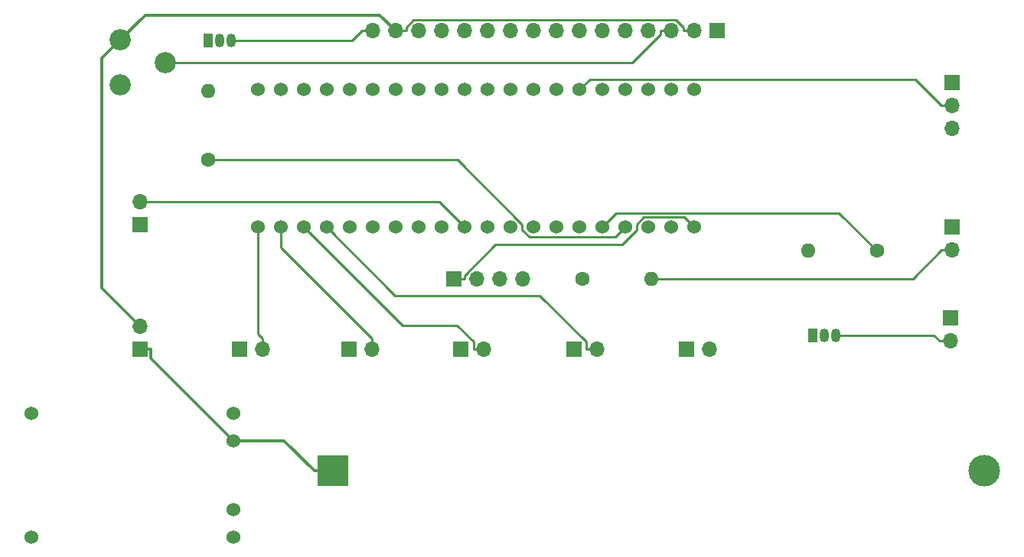
<source format=gbr>
%TF.GenerationSoftware,KiCad,Pcbnew,6.0.1*%
%TF.CreationDate,2022-09-08T21:04:12-04:00*%
%TF.ProjectId,Shot-Timer,53686f74-2d54-4696-9d65-722e6b696361,rev?*%
%TF.SameCoordinates,Original*%
%TF.FileFunction,Copper,L1,Top*%
%TF.FilePolarity,Positive*%
%FSLAX46Y46*%
G04 Gerber Fmt 4.6, Leading zero omitted, Abs format (unit mm)*
G04 Created by KiCad (PCBNEW 6.0.1) date 2022-09-08 21:04:12*
%MOMM*%
%LPD*%
G01*
G04 APERTURE LIST*
%TA.AperFunction,ComponentPad*%
%ADD10R,3.500000X3.500000*%
%TD*%
%TA.AperFunction,ComponentPad*%
%ADD11C,3.500000*%
%TD*%
%TA.AperFunction,ComponentPad*%
%ADD12R,1.700000X1.700000*%
%TD*%
%TA.AperFunction,ComponentPad*%
%ADD13O,1.700000X1.700000*%
%TD*%
%TA.AperFunction,ComponentPad*%
%ADD14C,1.524000*%
%TD*%
%TA.AperFunction,ComponentPad*%
%ADD15R,1.050000X1.500000*%
%TD*%
%TA.AperFunction,ComponentPad*%
%ADD16O,1.050000X1.500000*%
%TD*%
%TA.AperFunction,ComponentPad*%
%ADD17C,1.600000*%
%TD*%
%TA.AperFunction,ComponentPad*%
%ADD18O,1.600000X1.600000*%
%TD*%
%TA.AperFunction,ComponentPad*%
%ADD19C,2.340000*%
%TD*%
%TA.AperFunction,Conductor*%
%ADD20C,0.350000*%
%TD*%
%TA.AperFunction,Conductor*%
%ADD21C,0.250000*%
%TD*%
G04 APERTURE END LIST*
D10*
%TO.P,BT1,1,+*%
%TO.N,Net-(BT1-Pad1)*%
X70104000Y-112776000D03*
D11*
%TO.P,BT1,2,-*%
%TO.N,GND*%
X142104000Y-112776000D03*
%TD*%
D12*
%TO.P,SW5,1,1*%
%TO.N,GND*%
X109225000Y-99250000D03*
D13*
%TO.P,SW5,2,2*%
%TO.N,SET_OK*%
X111765000Y-99250000D03*
%TD*%
D12*
%TO.P,SW6,1,1*%
%TO.N,GND*%
X48750000Y-85500000D03*
D13*
%TO.P,SW6,2,2*%
%TO.N,START*%
X48750000Y-82960000D03*
%TD*%
D12*
%TO.P,SW3,1,1*%
%TO.N,GND*%
X84250000Y-99250000D03*
D13*
%TO.P,SW3,2,2*%
%TO.N,SET_UP*%
X86790000Y-99250000D03*
%TD*%
D12*
%TO.P,DS1,1,VSS*%
%TO.N,GND*%
X112550000Y-64000000D03*
D13*
%TO.P,DS1,2,VDD*%
%TO.N,+5V*%
X110010000Y-64000000D03*
%TO.P,DS1,3,VO*%
%TO.N,Net-(DS1-Pad3)*%
X107470000Y-64000000D03*
%TO.P,DS1,4,RS*%
%TO.N,LCD_RS*%
X104930000Y-64000000D03*
%TO.P,DS1,5,R/W*%
%TO.N,GND*%
X102390000Y-64000000D03*
%TO.P,DS1,6,E*%
%TO.N,LCD_EN*%
X99850000Y-64000000D03*
%TO.P,DS1,7,D0*%
%TO.N,unconnected-(DS1-Pad7)*%
X97310000Y-64000000D03*
%TO.P,DS1,8,D1*%
%TO.N,unconnected-(DS1-Pad8)*%
X94770000Y-64000000D03*
%TO.P,DS1,9,D2*%
%TO.N,unconnected-(DS1-Pad9)*%
X92230000Y-64000000D03*
%TO.P,DS1,10,D3*%
%TO.N,unconnected-(DS1-Pad10)*%
X89690000Y-64000000D03*
%TO.P,DS1,11,D4*%
%TO.N,LCD_D4*%
X87150000Y-64000000D03*
%TO.P,DS1,12,D5*%
%TO.N,LCD_D5*%
X84610000Y-64000000D03*
%TO.P,DS1,13,D6*%
%TO.N,LCD_D6*%
X82070000Y-64000000D03*
%TO.P,DS1,14,D7*%
%TO.N,LCD_D7*%
X79530000Y-64000000D03*
%TO.P,DS1,15,LED(+)*%
%TO.N,+5V*%
X76990000Y-64000000D03*
%TO.P,DS1,16,LED(-)*%
%TO.N,Net-(DS1-Pad16)*%
X74450000Y-64000000D03*
%TD*%
D12*
%TO.P,SW1,1,1*%
%TO.N,GND*%
X59725000Y-99250000D03*
D13*
%TO.P,SW1,2,2*%
%TO.N,MENU_UP*%
X62265000Y-99250000D03*
%TD*%
D12*
%TO.P,SW7,1,A*%
%TO.N,Net-(BT1-Pad1)*%
X48750000Y-99275000D03*
D13*
%TO.P,SW7,2,B*%
%TO.N,+5V*%
X48750000Y-96735000D03*
%TD*%
D14*
%TO.P,U1,3V3,3.3V*%
%TO.N,+3V3*%
X110055000Y-85775000D03*
%TO.N,N/C*%
X66875000Y-70535000D03*
%TO.P,U1,5V,5V*%
%TO.N,+5V*%
X104975000Y-85775000D03*
%TO.P,U1,G,GND*%
%TO.N,GND*%
X61795000Y-70535000D03*
X107515000Y-85775000D03*
X64335000Y-70535000D03*
%TO.P,U1,NRST,RESET*%
%TO.N,unconnected-(U1-PadNRST)*%
X69415000Y-70535000D03*
%TO.P,U1,PA0,PA0*%
%TO.N,unconnected-(U1-PadPA0)*%
X99895000Y-70535000D03*
%TO.P,U1,PA1,PA1*%
%TO.N,MIC*%
X97355000Y-70535000D03*
%TO.P,U1,PA2,PA2*%
%TO.N,LED2*%
X94815000Y-70535000D03*
%TO.P,U1,PA3,PA3*%
%TO.N,unconnected-(U1-PadPA3)*%
X92275000Y-70535000D03*
%TO.P,U1,PA4,PA4*%
%TO.N,unconnected-(U1-PadPA4)*%
X89735000Y-70535000D03*
%TO.P,U1,PA5,PA5*%
%TO.N,LCD_RS*%
X87195000Y-70535000D03*
%TO.P,U1,PA6,PA6*%
%TO.N,LCD_EN*%
X84655000Y-70535000D03*
%TO.P,U1,PA7,PA7*%
%TO.N,LCD_D4*%
X82115000Y-70535000D03*
%TO.P,U1,PA8,PA8*%
%TO.N,SET_OK*%
X71955000Y-85775000D03*
%TO.P,U1,PA9,PA9*%
%TO.N,RX1*%
X74495000Y-85775000D03*
%TO.P,U1,PA10,PA10*%
%TO.N,TX1*%
X77035000Y-85775000D03*
%TO.P,U1,PA11,PA11*%
%TO.N,unconnected-(U1-PadPA11)*%
X79575000Y-85775000D03*
%TO.P,U1,PA12,PA12*%
%TO.N,unconnected-(U1-PadPA12)*%
X82115000Y-85775000D03*
%TO.P,U1,PA15,PA15*%
%TO.N,START*%
X84655000Y-85775000D03*
%TO.P,U1,PB0,PB0*%
%TO.N,LCD_D5*%
X79575000Y-70535000D03*
%TO.P,U1,PB1,PB1*%
%TO.N,unconnected-(U1-PadPB1)*%
X77035000Y-70535000D03*
%TO.P,U1,PB3,PB3*%
%TO.N,unconnected-(U1-PadPB3)*%
X87195000Y-85775000D03*
%TO.P,U1,PB4,PB4*%
%TO.N,unconnected-(U1-PadPB4)*%
X89735000Y-85775000D03*
%TO.P,U1,PB5,PB5*%
%TO.N,unconnected-(U1-PadPB5)*%
X92275000Y-85775000D03*
%TO.P,U1,PB6,PB6*%
%TO.N,unconnected-(U1-PadPB6)*%
X94815000Y-85775000D03*
%TO.P,U1,PB7,PB7*%
%TO.N,unconnected-(U1-PadPB7)*%
X97355000Y-85775000D03*
%TO.P,U1,PB8,PB8*%
%TO.N,BUZZER*%
X99895000Y-85775000D03*
%TO.P,U1,PB9,PB9*%
%TO.N,LCD_BK*%
X102435000Y-85775000D03*
%TO.P,U1,PB10,PB10*%
%TO.N,LCD_D6*%
X74495000Y-70535000D03*
%TO.P,U1,PB11,PB11*%
%TO.N,LCD_D7*%
X71955000Y-70535000D03*
%TO.P,U1,PB12,PB12*%
%TO.N,MENU_UP*%
X61795000Y-85775000D03*
%TO.P,U1,PB13,PB13*%
%TO.N,MENU_DN*%
X64335000Y-85775000D03*
%TO.P,U1,PB14,PB14*%
%TO.N,SET_UP*%
X66875000Y-85775000D03*
%TO.P,U1,PB15,PB15*%
%TO.N,SET_DN*%
X69415000Y-85775000D03*
%TO.P,U1,PC13,PC13*%
%TO.N,unconnected-(U1-PadPC13)*%
X107515000Y-70535000D03*
%TO.P,U1,PC14,PC14*%
%TO.N,unconnected-(U1-PadPC14)*%
X104975000Y-70535000D03*
%TO.P,U1,PC15,PC15*%
%TO.N,unconnected-(U1-PadPC15)*%
X102435000Y-70535000D03*
%TO.P,U1,VBAT,Vbat*%
%TO.N,unconnected-(U1-PadVBAT)*%
X110055000Y-70535000D03*
%TD*%
D12*
%TO.P,U3,1,VCC*%
%TO.N,+3V3*%
X138565000Y-69760000D03*
D13*
%TO.P,U3,2,AUD*%
%TO.N,MIC*%
X138565000Y-72300000D03*
%TO.P,U3,3,GND*%
%TO.N,GND*%
X138565000Y-74840000D03*
%TD*%
D12*
%TO.P,D1,1,K*%
%TO.N,GND*%
X138565000Y-85785000D03*
D13*
%TO.P,D1,2,A*%
%TO.N,Net-(D1-Pad2)*%
X138565000Y-88325000D03*
%TD*%
D12*
%TO.P,J1,1,Pin_1*%
%TO.N,+3V3*%
X83450000Y-91500000D03*
D13*
%TO.P,J1,2,Pin_2*%
%TO.N,RX1*%
X85990000Y-91500000D03*
%TO.P,J1,3,Pin_3*%
%TO.N,TX1*%
X88530000Y-91500000D03*
%TO.P,J1,4,Pin_4*%
%TO.N,GND*%
X91070000Y-91500000D03*
%TD*%
D15*
%TO.P,Q1,1,E*%
%TO.N,GND*%
X56230000Y-65110000D03*
D16*
%TO.P,Q1,2,B*%
%TO.N,Net-(Q1-Pad2)*%
X57500000Y-65110000D03*
%TO.P,Q1,3,C*%
%TO.N,Net-(DS1-Pad16)*%
X58770000Y-65110000D03*
%TD*%
D12*
%TO.P,SW4,1,1*%
%TO.N,GND*%
X96725000Y-99250000D03*
D13*
%TO.P,SW4,2,2*%
%TO.N,SET_DN*%
X99265000Y-99250000D03*
%TD*%
D17*
%TO.P,R2,1*%
%TO.N,LED2*%
X97690000Y-91500000D03*
D18*
%TO.P,R2,2*%
%TO.N,Net-(D1-Pad2)*%
X105310000Y-91500000D03*
%TD*%
D17*
%TO.P,R1,1*%
%TO.N,LCD_BK*%
X56250000Y-78310000D03*
D18*
%TO.P,R1,2*%
%TO.N,Net-(Q1-Pad2)*%
X56250000Y-70690000D03*
%TD*%
D17*
%TO.P,R3,1*%
%TO.N,BUZZER*%
X130235000Y-88405000D03*
D18*
%TO.P,R3,2*%
%TO.N,Net-(Q2-Pad2)*%
X122615000Y-88405000D03*
%TD*%
D12*
%TO.P,BZ1,1,-*%
%TO.N,+5V*%
X138390000Y-95855000D03*
D13*
%TO.P,BZ1,2,+*%
%TO.N,Net-(BZ1-Pad2)*%
X138390000Y-98395000D03*
%TD*%
D12*
%TO.P,SW2,1,1*%
%TO.N,GND*%
X71865000Y-99250000D03*
D13*
%TO.P,SW2,2,2*%
%TO.N,MENU_DN*%
X74405000Y-99250000D03*
%TD*%
D14*
%TO.P,U2,1,VCC*%
%TO.N,USBP*%
X36701000Y-106372000D03*
%TO.P,U2,2,GND*%
%TO.N,GND*%
X36701000Y-120088000D03*
%TO.P,U2,3,OUTN*%
X59053000Y-120088000D03*
%TO.P,U2,4,BATN*%
X59053000Y-117040000D03*
%TO.P,U2,5,BATP*%
%TO.N,Net-(BT1-Pad1)*%
X59053000Y-109420000D03*
%TO.P,U2,6,OUTP*%
%TO.N,unconnected-(U2-Pad6)*%
X59053000Y-106372000D03*
%TD*%
D19*
%TO.P,RV1,1,1*%
%TO.N,+5V*%
X46549000Y-65007000D03*
%TO.P,RV1,2,2*%
%TO.N,Net-(DS1-Pad3)*%
X51549000Y-67507000D03*
%TO.P,RV1,3,3*%
%TO.N,GND*%
X46549000Y-70007000D03*
%TD*%
D15*
%TO.P,Q2,1,E*%
%TO.N,GND*%
X123120000Y-97740000D03*
D16*
%TO.P,Q2,2,B*%
%TO.N,Net-(Q2-Pad2)*%
X124390000Y-97740000D03*
%TO.P,Q2,3,C*%
%TO.N,Net-(BZ1-Pad2)*%
X125660000Y-97740000D03*
%TD*%
D20*
%TO.N,+5V*%
X46549000Y-65007000D02*
X49306000Y-62250000D01*
X49306000Y-62250000D02*
X75240000Y-62250000D01*
X75240000Y-62250000D02*
X76990000Y-64000000D01*
X48750000Y-96735000D02*
X44500000Y-92485000D01*
X44500000Y-92485000D02*
X44500000Y-67056000D01*
X44500000Y-67056000D02*
X46549000Y-65007000D01*
%TO.N,Net-(BT1-Pad1)*%
X49925300Y-100292300D02*
X59053000Y-109420000D01*
X49925300Y-99275000D02*
X49925300Y-100292300D01*
X59053000Y-109420000D02*
X64672700Y-109420000D01*
X64672700Y-109420000D02*
X68028700Y-112776000D01*
X48750000Y-99275000D02*
X49925300Y-99275000D01*
X70104000Y-112776000D02*
X68028700Y-112776000D01*
D21*
%TO.N,+5V*%
X78973200Y-62824700D02*
X78165300Y-63632600D01*
X108834700Y-64000000D02*
X108834700Y-63632700D01*
X108834700Y-63632700D02*
X108026700Y-62824700D01*
X76990000Y-64000000D02*
X78165300Y-64000000D01*
X110010000Y-64000000D02*
X108834700Y-64000000D01*
X108026700Y-62824700D02*
X78973200Y-62824700D01*
X78165300Y-63632600D02*
X78165300Y-64000000D01*
%TO.N,Net-(BZ1-Pad2)*%
X136559700Y-97740000D02*
X137214700Y-98395000D01*
X138390000Y-98395000D02*
X137214700Y-98395000D01*
X125660000Y-97740000D02*
X136559700Y-97740000D01*
%TO.N,Net-(D1-Pad2)*%
X105310000Y-91500000D02*
X134214700Y-91500000D01*
X138565000Y-88325000D02*
X137389700Y-88325000D01*
X134214700Y-91500000D02*
X137389700Y-88325000D01*
%TO.N,Net-(DS1-Pad3)*%
X103155000Y-67507000D02*
X106294700Y-64367300D01*
X106294700Y-64367300D02*
X106294700Y-64000000D01*
X51549000Y-67507000D02*
X103155000Y-67507000D01*
X107470000Y-64000000D02*
X106294700Y-64000000D01*
%TO.N,Net-(DS1-Pad16)*%
X58770000Y-65110000D02*
X72164700Y-65110000D01*
X72164700Y-65110000D02*
X73274700Y-64000000D01*
X74450000Y-64000000D02*
X73274700Y-64000000D01*
%TO.N,+3V3*%
X88037200Y-87720800D02*
X102054400Y-87720800D01*
X102054400Y-87720800D02*
X103705000Y-86070200D01*
X83450000Y-91500000D02*
X84625300Y-91500000D01*
X84625300Y-91500000D02*
X84625300Y-91132700D01*
X103705000Y-86070200D02*
X103705000Y-85465200D01*
X104486800Y-84683400D02*
X108963400Y-84683400D01*
X103705000Y-85465200D02*
X104486800Y-84683400D01*
X84625300Y-91132700D02*
X88037200Y-87720800D01*
X108963400Y-84683400D02*
X110055000Y-85775000D01*
%TO.N,LCD_BK*%
X56250000Y-78310000D02*
X83866900Y-78310000D01*
X91005000Y-85448100D02*
X91005000Y-86066900D01*
X101340000Y-86870000D02*
X102435000Y-85775000D01*
X91005000Y-86066900D02*
X91808100Y-86870000D01*
X91808100Y-86870000D02*
X101340000Y-86870000D01*
X83866900Y-78310000D02*
X91005000Y-85448100D01*
%TO.N,BUZZER*%
X130235000Y-88405000D02*
X126063000Y-84233000D01*
X101437000Y-84233000D02*
X99895000Y-85775000D01*
X126063000Y-84233000D02*
X101437000Y-84233000D01*
%TO.N,MENU_UP*%
X62265000Y-99250000D02*
X62265000Y-98074700D01*
X61795000Y-85775000D02*
X61795000Y-97604700D01*
X61795000Y-97604700D02*
X62265000Y-98074700D01*
%TO.N,MENU_DN*%
X74405000Y-98074700D02*
X64335000Y-88004700D01*
X74405000Y-99250000D02*
X74405000Y-98074700D01*
X64335000Y-88004700D02*
X64335000Y-85775000D01*
%TO.N,SET_UP*%
X77740500Y-96640500D02*
X83813200Y-96640500D01*
X66875000Y-85775000D02*
X77740500Y-96640500D01*
X86790000Y-99250000D02*
X85614700Y-99250000D01*
X85614700Y-98442000D02*
X85614700Y-99250000D01*
X83813200Y-96640500D02*
X85614700Y-98442000D01*
%TO.N,SET_DN*%
X99265000Y-99250000D02*
X98089700Y-99250000D01*
X98089700Y-98442000D02*
X92969700Y-93322000D01*
X76962000Y-93322000D02*
X69415000Y-85775000D01*
X92969700Y-93322000D02*
X76962000Y-93322000D01*
X98089700Y-99250000D02*
X98089700Y-98442000D01*
%TO.N,START*%
X81840000Y-82960000D02*
X48750000Y-82960000D01*
X84655000Y-85775000D02*
X81840000Y-82960000D01*
%TO.N,MIC*%
X137389700Y-72300000D02*
X134498600Y-69408900D01*
X98481100Y-69408900D02*
X97355000Y-70535000D01*
X138565000Y-72300000D02*
X137389700Y-72300000D01*
X134498600Y-69408900D02*
X98481100Y-69408900D01*
%TD*%
M02*

</source>
